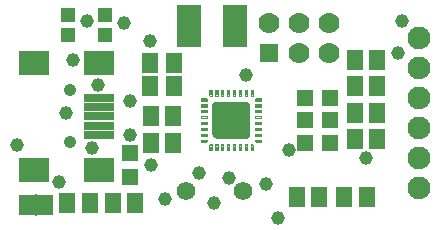
<source format=gts>
G75*
G70*
%OFA0B0*%
%FSLAX24Y24*%
%IPPOS*%
%LPD*%
%AMOC8*
5,1,8,0,0,1.08239X$1,22.5*
%
%ADD10R,0.0532X0.0532*%
%ADD11C,0.0620*%
%ADD12R,0.0572X0.0690*%
%ADD13C,0.0760*%
%ADD14R,0.0620X0.0620*%
%ADD15C,0.0700*%
%ADD16R,0.1044X0.0257*%
%ADD17R,0.1044X0.0847*%
%ADD18C,0.0414*%
%ADD19R,0.0808X0.1399*%
%ADD20R,0.0454X0.0493*%
%ADD21C,0.0197*%
%ADD22C,0.0040*%
%ADD23R,0.0560X0.0560*%
%ADD24R,0.0520X0.0690*%
%ADD25R,0.0060X0.0720*%
%ADD26C,0.0457*%
D10*
X010877Y003163D03*
X011704Y003163D03*
X011704Y003913D03*
X010877Y003913D03*
X010877Y004663D03*
X011704Y004663D03*
D11*
X008803Y001538D03*
X006903Y001538D03*
D12*
X005227Y001163D03*
X004479Y001163D03*
X003721Y001138D03*
X002934Y001138D03*
X005741Y003163D03*
X006489Y003163D03*
X006489Y004063D03*
X005741Y004063D03*
X005721Y005038D03*
X006509Y005038D03*
X006509Y005813D03*
X005721Y005813D03*
X012541Y005913D03*
X013289Y005913D03*
X013289Y005038D03*
X012541Y005038D03*
X012541Y004163D03*
X013289Y004163D03*
X013289Y003288D03*
X012541Y003288D03*
X012171Y001351D03*
X012959Y001351D03*
X011352Y001351D03*
X010604Y001351D03*
D13*
X014665Y001663D03*
X014665Y002663D03*
X014665Y003663D03*
X014665Y004663D03*
X014665Y005663D03*
X014665Y006663D03*
D14*
X009665Y006163D03*
D15*
X010665Y006163D03*
X011665Y006163D03*
X011665Y007163D03*
X010665Y007163D03*
X009665Y007163D03*
D16*
X004024Y004668D03*
X004024Y004353D03*
X004024Y004038D03*
X004024Y003723D03*
X004024Y003408D03*
D17*
X004024Y002267D03*
X001859Y002267D03*
X001859Y005810D03*
X004024Y005810D03*
D18*
X003040Y004904D03*
X003040Y003172D03*
D19*
X007022Y007038D03*
X008558Y007038D03*
D20*
X004228Y006766D03*
X002978Y006766D03*
X002978Y007435D03*
X004228Y007435D03*
D21*
X007894Y004435D02*
X008937Y004435D01*
X008937Y003392D01*
X007953Y003392D01*
X007894Y003451D01*
X007894Y004435D01*
X007894Y004321D02*
X008937Y004321D01*
X008937Y004126D02*
X007894Y004126D01*
X007894Y003930D02*
X008937Y003930D01*
X008937Y003735D02*
X007894Y003735D01*
X007894Y003540D02*
X008937Y003540D01*
D22*
X009222Y003579D02*
X009222Y003657D01*
X009419Y003657D01*
X009419Y003579D01*
X009222Y003579D01*
X009222Y003612D02*
X009419Y003612D01*
X009419Y003651D02*
X009222Y003651D01*
X009222Y003775D02*
X009222Y003854D01*
X009419Y003854D01*
X009419Y003775D01*
X009222Y003775D01*
X009222Y003805D02*
X009419Y003805D01*
X009419Y003844D02*
X009222Y003844D01*
X009222Y003972D02*
X009222Y004051D01*
X009419Y004051D01*
X009419Y003972D01*
X009222Y003972D01*
X009222Y003998D02*
X009419Y003998D01*
X009419Y004036D02*
X009222Y004036D01*
X009222Y004169D02*
X009222Y004248D01*
X009419Y004248D01*
X009419Y004169D01*
X009222Y004169D01*
X009222Y004190D02*
X009419Y004190D01*
X009419Y004229D02*
X009222Y004229D01*
X009222Y004366D02*
X009222Y004445D01*
X009419Y004445D01*
X009419Y004366D01*
X009222Y004366D01*
X009222Y004383D02*
X009419Y004383D01*
X009419Y004422D02*
X009222Y004422D01*
X009222Y004563D02*
X009419Y004563D01*
X009419Y004642D01*
X009242Y004642D01*
X009222Y004622D01*
X009222Y004563D01*
X009222Y004576D02*
X009419Y004576D01*
X009419Y004614D02*
X009222Y004614D01*
X009124Y004720D02*
X009065Y004720D01*
X009065Y004917D01*
X009144Y004917D01*
X009144Y004740D01*
X009124Y004720D01*
X009134Y004730D02*
X009065Y004730D01*
X009065Y004769D02*
X009144Y004769D01*
X009144Y004807D02*
X009065Y004807D01*
X009065Y004846D02*
X009144Y004846D01*
X009144Y004884D02*
X009065Y004884D01*
X008947Y004884D02*
X008868Y004884D01*
X008868Y004917D02*
X008947Y004917D01*
X008947Y004720D01*
X008868Y004720D01*
X008868Y004917D01*
X008868Y004846D02*
X008947Y004846D01*
X008947Y004807D02*
X008868Y004807D01*
X008868Y004769D02*
X008947Y004769D01*
X008947Y004730D02*
X008868Y004730D01*
X008750Y004730D02*
X008671Y004730D01*
X008671Y004720D02*
X008671Y004917D01*
X008750Y004917D01*
X008750Y004720D01*
X008671Y004720D01*
X008671Y004769D02*
X008750Y004769D01*
X008750Y004807D02*
X008671Y004807D01*
X008671Y004846D02*
X008750Y004846D01*
X008750Y004884D02*
X008671Y004884D01*
X008553Y004884D02*
X008474Y004884D01*
X008474Y004917D02*
X008553Y004917D01*
X008553Y004720D01*
X008474Y004720D01*
X008474Y004917D01*
X008474Y004846D02*
X008553Y004846D01*
X008553Y004807D02*
X008474Y004807D01*
X008474Y004769D02*
X008553Y004769D01*
X008553Y004730D02*
X008474Y004730D01*
X008356Y004730D02*
X008277Y004730D01*
X008277Y004720D02*
X008277Y004917D01*
X008356Y004917D01*
X008356Y004720D01*
X008277Y004720D01*
X008277Y004769D02*
X008356Y004769D01*
X008356Y004807D02*
X008277Y004807D01*
X008277Y004846D02*
X008356Y004846D01*
X008356Y004884D02*
X008277Y004884D01*
X008159Y004884D02*
X008081Y004884D01*
X008081Y004917D02*
X008159Y004917D01*
X008159Y004720D01*
X008081Y004720D01*
X008081Y004917D01*
X008081Y004846D02*
X008159Y004846D01*
X008159Y004807D02*
X008081Y004807D01*
X008081Y004769D02*
X008159Y004769D01*
X008159Y004730D02*
X008081Y004730D01*
X007962Y004730D02*
X007884Y004730D01*
X007884Y004720D02*
X007884Y004917D01*
X007962Y004917D01*
X007962Y004720D01*
X007884Y004720D01*
X007884Y004769D02*
X007962Y004769D01*
X007962Y004807D02*
X007884Y004807D01*
X007884Y004846D02*
X007962Y004846D01*
X007962Y004884D02*
X007884Y004884D01*
X007766Y004884D02*
X007687Y004884D01*
X007687Y004917D02*
X007766Y004917D01*
X007766Y004720D01*
X007707Y004720D01*
X007687Y004740D01*
X007687Y004917D01*
X007687Y004846D02*
X007766Y004846D01*
X007766Y004807D02*
X007687Y004807D01*
X007687Y004769D02*
X007766Y004769D01*
X007766Y004730D02*
X007697Y004730D01*
X007608Y004622D02*
X007588Y004642D01*
X007411Y004642D01*
X007411Y004563D01*
X007608Y004563D01*
X007608Y004622D01*
X007608Y004614D02*
X007411Y004614D01*
X007411Y004576D02*
X007608Y004576D01*
X007608Y004445D02*
X007411Y004445D01*
X007411Y004366D01*
X007608Y004366D01*
X007608Y004445D01*
X007608Y004422D02*
X007411Y004422D01*
X007411Y004383D02*
X007608Y004383D01*
X007608Y004248D02*
X007411Y004248D01*
X007411Y004169D01*
X007608Y004169D01*
X007608Y004248D01*
X007608Y004229D02*
X007411Y004229D01*
X007411Y004190D02*
X007608Y004190D01*
X007608Y004051D02*
X007411Y004051D01*
X007411Y003972D01*
X007608Y003972D01*
X007608Y004051D01*
X007608Y004036D02*
X007411Y004036D01*
X007411Y003998D02*
X007608Y003998D01*
X007608Y003854D02*
X007411Y003854D01*
X007411Y003775D01*
X007608Y003775D01*
X007608Y003854D01*
X007608Y003844D02*
X007411Y003844D01*
X007411Y003805D02*
X007608Y003805D01*
X007608Y003657D02*
X007411Y003657D01*
X007411Y003579D01*
X007608Y003579D01*
X007608Y003657D01*
X007608Y003651D02*
X007411Y003651D01*
X007411Y003612D02*
X007608Y003612D01*
X007608Y003460D02*
X007411Y003460D01*
X007411Y003382D01*
X007608Y003382D01*
X007608Y003460D01*
X007608Y003458D02*
X007411Y003458D01*
X007411Y003420D02*
X007608Y003420D01*
X007608Y003264D02*
X007411Y003264D01*
X007411Y003185D01*
X007588Y003185D01*
X007608Y003205D01*
X007608Y003264D01*
X007608Y003227D02*
X007411Y003227D01*
X007411Y003188D02*
X007592Y003188D01*
X007687Y003086D02*
X007707Y003106D01*
X007766Y003106D01*
X007766Y002909D01*
X007687Y002909D01*
X007687Y003086D01*
X007687Y003073D02*
X007766Y003073D01*
X007766Y003034D02*
X007687Y003034D01*
X007687Y002996D02*
X007766Y002996D01*
X007766Y002957D02*
X007687Y002957D01*
X007687Y002919D02*
X007766Y002919D01*
X007884Y002919D02*
X007962Y002919D01*
X007962Y002909D02*
X007884Y002909D01*
X007884Y003106D01*
X007962Y003106D01*
X007962Y002909D01*
X007962Y002957D02*
X007884Y002957D01*
X007884Y002996D02*
X007962Y002996D01*
X007962Y003034D02*
X007884Y003034D01*
X007884Y003073D02*
X007962Y003073D01*
X008081Y003073D02*
X008159Y003073D01*
X008159Y003106D02*
X008159Y002909D01*
X008081Y002909D01*
X008081Y003106D01*
X008159Y003106D01*
X008159Y003034D02*
X008081Y003034D01*
X008081Y002996D02*
X008159Y002996D01*
X008159Y002957D02*
X008081Y002957D01*
X008081Y002919D02*
X008159Y002919D01*
X008277Y002919D02*
X008356Y002919D01*
X008356Y002909D02*
X008277Y002909D01*
X008277Y003106D01*
X008356Y003106D01*
X008356Y002909D01*
X008356Y002957D02*
X008277Y002957D01*
X008277Y002996D02*
X008356Y002996D01*
X008356Y003034D02*
X008277Y003034D01*
X008277Y003073D02*
X008356Y003073D01*
X008474Y003073D02*
X008553Y003073D01*
X008553Y003106D02*
X008553Y002909D01*
X008474Y002909D01*
X008474Y003106D01*
X008553Y003106D01*
X008553Y003034D02*
X008474Y003034D01*
X008474Y002996D02*
X008553Y002996D01*
X008553Y002957D02*
X008474Y002957D01*
X008474Y002919D02*
X008553Y002919D01*
X008671Y002919D02*
X008750Y002919D01*
X008750Y002909D02*
X008671Y002909D01*
X008671Y003106D01*
X008750Y003106D01*
X008750Y002909D01*
X008750Y002957D02*
X008671Y002957D01*
X008671Y002996D02*
X008750Y002996D01*
X008750Y003034D02*
X008671Y003034D01*
X008671Y003073D02*
X008750Y003073D01*
X008868Y003073D02*
X008947Y003073D01*
X008947Y003106D02*
X008947Y002909D01*
X008868Y002909D01*
X008868Y003106D01*
X008947Y003106D01*
X008947Y003034D02*
X008868Y003034D01*
X008868Y002996D02*
X008947Y002996D01*
X008947Y002957D02*
X008868Y002957D01*
X008868Y002919D02*
X008947Y002919D01*
X009065Y002919D02*
X009144Y002919D01*
X009144Y002909D02*
X009065Y002909D01*
X009065Y003106D01*
X009124Y003106D01*
X009144Y003086D01*
X009144Y002909D01*
X009144Y002957D02*
X009065Y002957D01*
X009065Y002996D02*
X009144Y002996D01*
X009144Y003034D02*
X009065Y003034D01*
X009065Y003073D02*
X009144Y003073D01*
X009242Y003185D02*
X009222Y003205D01*
X009222Y003264D01*
X009419Y003264D01*
X009419Y003185D01*
X009242Y003185D01*
X009239Y003188D02*
X009419Y003188D01*
X009419Y003227D02*
X009222Y003227D01*
X009222Y003382D02*
X009222Y003460D01*
X009419Y003460D01*
X009419Y003382D01*
X009222Y003382D01*
X009222Y003420D02*
X009419Y003420D01*
X009419Y003458D02*
X009222Y003458D01*
D23*
X005040Y002813D03*
X005040Y002013D03*
D24*
X001615Y001101D03*
X002215Y001101D03*
D25*
X001915Y001101D03*
D26*
X002665Y001851D03*
X005740Y002413D03*
X007353Y002163D03*
X008353Y001976D03*
X009590Y001788D03*
X007853Y001163D03*
X006228Y001288D03*
X009978Y000663D03*
X012915Y002663D03*
X010353Y002913D03*
X005040Y003413D03*
X003790Y002976D03*
X001290Y003101D03*
X002915Y004163D03*
X005040Y004538D03*
X003978Y005101D03*
X003140Y005913D03*
X005728Y006538D03*
X004853Y007163D03*
X003603Y007226D03*
X008915Y005413D03*
X013990Y006163D03*
X014103Y007226D03*
M02*

</source>
